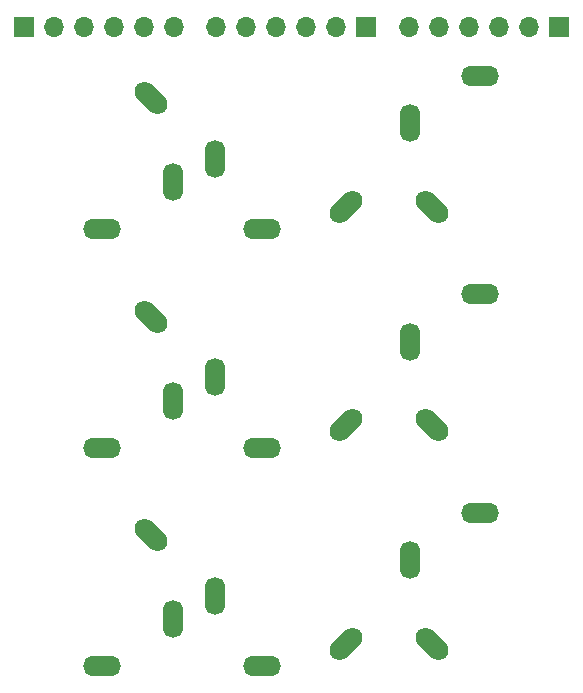
<source format=gbs>
%TF.GenerationSoftware,KiCad,Pcbnew,8.0.5*%
%TF.CreationDate,2024-12-04T18:47:01+01:00*%
%TF.ProjectId,DMH_S_H_Noise_PCB_Conn,444d485f-535f-4485-9f4e-6f6973655f50,1*%
%TF.SameCoordinates,Original*%
%TF.FileFunction,Soldermask,Bot*%
%TF.FilePolarity,Negative*%
%FSLAX46Y46*%
G04 Gerber Fmt 4.6, Leading zero omitted, Abs format (unit mm)*
G04 Created by KiCad (PCBNEW 8.0.5) date 2024-12-04 18:47:01*
%MOMM*%
%LPD*%
G01*
G04 APERTURE LIST*
G04 Aperture macros list*
%AMHorizOval*
0 Thick line with rounded ends*
0 $1 width*
0 $2 $3 position (X,Y) of the first rounded end (center of the circle)*
0 $4 $5 position (X,Y) of the second rounded end (center of the circle)*
0 Add line between two ends*
20,1,$1,$2,$3,$4,$5,0*
0 Add two circle primitives to create the rounded ends*
1,1,$1,$2,$3*
1,1,$1,$4,$5*%
G04 Aperture macros list end*
%ADD10HorizOval,1.712000X-0.533159X0.533159X0.533159X-0.533159X0*%
%ADD11O,3.220000X1.712000*%
%ADD12O,1.712000X3.220000*%
%ADD13HorizOval,1.712000X0.533159X0.533159X-0.533159X-0.533159X0*%
%ADD14R,1.700000X1.700000*%
%ADD15O,1.700000X1.700000*%
G04 APERTURE END LIST*
D10*
%TO.C,J7*%
X63096190Y-204153810D03*
D11*
X59000000Y-215250000D03*
D12*
X65000000Y-211250000D03*
%TD*%
D10*
%TO.C,J5*%
X86903810Y-176346190D03*
D11*
X91000000Y-165250000D03*
D12*
X85000000Y-169250000D03*
%TD*%
D10*
%TO.C,J1*%
X63096190Y-167153810D03*
D11*
X59000000Y-178250000D03*
D12*
X65000000Y-174250000D03*
%TD*%
D13*
%TO.C,J3*%
X79596190Y-176346190D03*
D12*
X68500000Y-172250000D03*
D11*
X72500000Y-178250000D03*
%TD*%
D13*
%TO.C,J8*%
X79596190Y-213346190D03*
D12*
X68500000Y-209250000D03*
D11*
X72500000Y-215250000D03*
%TD*%
D10*
%TO.C,J9*%
X86903810Y-213346190D03*
D11*
X91000000Y-202250000D03*
D12*
X85000000Y-206250000D03*
%TD*%
D14*
%TO.C,J70*%
X97650000Y-161100000D03*
D15*
X95110000Y-161100000D03*
X92570000Y-161100000D03*
X90030000Y-161100000D03*
X87490000Y-161100000D03*
X84950000Y-161100000D03*
%TD*%
D13*
%TO.C,J4*%
X79596190Y-194846190D03*
D12*
X68500000Y-190750000D03*
D11*
X72500000Y-196750000D03*
%TD*%
D14*
%TO.C,J50*%
X52350000Y-161100000D03*
D15*
X54890000Y-161100000D03*
X57430000Y-161100000D03*
X59970000Y-161100000D03*
X62510000Y-161100000D03*
X65050000Y-161100000D03*
%TD*%
D10*
%TO.C,J2*%
X63096190Y-185653810D03*
D11*
X59000000Y-196750000D03*
D12*
X65000000Y-192750000D03*
%TD*%
D14*
%TO.C,J60*%
X81350000Y-161100000D03*
D15*
X78810000Y-161100000D03*
X76270000Y-161100000D03*
X73730000Y-161100000D03*
X71190000Y-161100000D03*
X68650000Y-161100000D03*
%TD*%
D10*
%TO.C,J6*%
X86903810Y-194846190D03*
D11*
X91000000Y-183750000D03*
D12*
X85000000Y-187750000D03*
%TD*%
M02*

</source>
